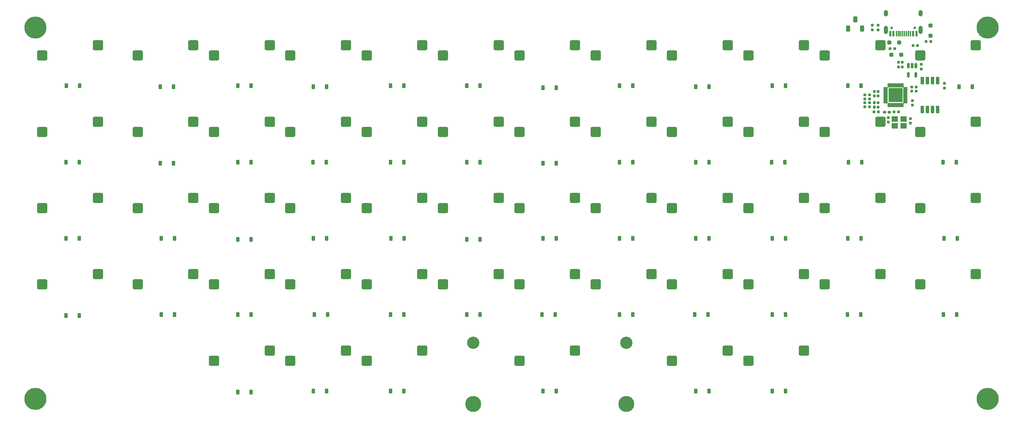
<source format=gbr>
%TF.GenerationSoftware,KiCad,Pcbnew,9.0.6*%
%TF.CreationDate,2026-01-14T23:26:22-05:00*%
%TF.ProjectId,60_keyboard,36305f6b-6579-4626-9f61-72642e6b6963,rev?*%
%TF.SameCoordinates,Original*%
%TF.FileFunction,Soldermask,Bot*%
%TF.FilePolarity,Negative*%
%FSLAX46Y46*%
G04 Gerber Fmt 4.6, Leading zero omitted, Abs format (unit mm)*
G04 Created by KiCad (PCBNEW 9.0.6) date 2026-01-14 23:26:22*
%MOMM*%
%LPD*%
G01*
G04 APERTURE LIST*
G04 Aperture macros list*
%AMRoundRect*
0 Rectangle with rounded corners*
0 $1 Rounding radius*
0 $2 $3 $4 $5 $6 $7 $8 $9 X,Y pos of 4 corners*
0 Add a 4 corners polygon primitive as box body*
4,1,4,$2,$3,$4,$5,$6,$7,$8,$9,$2,$3,0*
0 Add four circle primitives for the rounded corners*
1,1,$1+$1,$2,$3*
1,1,$1+$1,$4,$5*
1,1,$1+$1,$6,$7*
1,1,$1+$1,$8,$9*
0 Add four rect primitives between the rounded corners*
20,1,$1+$1,$2,$3,$4,$5,0*
20,1,$1+$1,$4,$5,$6,$7,0*
20,1,$1+$1,$6,$7,$8,$9,0*
20,1,$1+$1,$8,$9,$2,$3,0*%
G04 Aperture macros list end*
%ADD10C,0.010000*%
%ADD11C,3.048000*%
%ADD12C,3.987800*%
%ADD13RoundRect,0.155000X-0.212500X-0.155000X0.212500X-0.155000X0.212500X0.155000X-0.212500X0.155000X0*%
%ADD14RoundRect,0.375000X0.900000X0.875000X-0.900000X0.875000X-0.900000X-0.875000X0.900000X-0.875000X0*%
%ADD15RoundRect,0.225000X0.225000X0.375000X-0.225000X0.375000X-0.225000X-0.375000X0.225000X-0.375000X0*%
%ADD16RoundRect,0.155000X-0.155000X0.212500X-0.155000X-0.212500X0.155000X-0.212500X0.155000X0.212500X0*%
%ADD17RoundRect,0.155000X0.212500X0.155000X-0.212500X0.155000X-0.212500X-0.155000X0.212500X-0.155000X0*%
%ADD18RoundRect,0.160000X0.160000X-0.197500X0.160000X0.197500X-0.160000X0.197500X-0.160000X-0.197500X0*%
%ADD19RoundRect,0.155000X0.155000X-0.212500X0.155000X0.212500X-0.155000X0.212500X-0.155000X-0.212500X0*%
%ADD20C,0.650000*%
%ADD21R,0.600000X1.450000*%
%ADD22R,0.300000X1.450000*%
%ADD23O,1.000000X1.600000*%
%ADD24O,1.000000X2.100000*%
%ADD25RoundRect,0.160000X-0.160000X0.197500X-0.160000X-0.197500X0.160000X-0.197500X0.160000X0.197500X0*%
%ADD26RoundRect,0.250000X0.250000X-0.250000X0.250000X0.250000X-0.250000X0.250000X-0.250000X-0.250000X0*%
%ADD27RoundRect,0.250000X0.250000X0.250000X-0.250000X0.250000X-0.250000X-0.250000X0.250000X-0.250000X0*%
%ADD28RoundRect,0.250000X0.250000X0.550000X-0.250000X0.550000X-0.250000X-0.550000X0.250000X-0.550000X0*%
%ADD29RoundRect,0.102000X-0.700000X0.600000X-0.700000X-0.600000X0.700000X-0.600000X0.700000X0.600000X0*%
%ADD30RoundRect,0.101750X-0.305250X0.805250X-0.305250X-0.805250X0.305250X-0.805250X0.305250X0.805250X0*%
%ADD31RoundRect,0.225000X-0.225000X-0.375000X0.225000X-0.375000X0.225000X0.375000X-0.225000X0.375000X0*%
%ADD32RoundRect,0.160000X-0.160000X0.222500X-0.160000X-0.222500X0.160000X-0.222500X0.160000X0.222500X0*%
%ADD33RoundRect,0.150000X-0.150000X0.512500X-0.150000X-0.512500X0.150000X-0.512500X0.150000X0.512500X0*%
%ADD34RoundRect,0.160000X0.197500X0.160000X-0.197500X0.160000X-0.197500X-0.160000X0.197500X-0.160000X0*%
%ADD35RoundRect,0.160000X-0.197500X-0.160000X0.197500X-0.160000X0.197500X0.160000X-0.197500X0.160000X0*%
%ADD36RoundRect,0.160000X0.222500X0.160000X-0.222500X0.160000X-0.222500X-0.160000X0.222500X-0.160000X0*%
%ADD37C,5.500000*%
G04 APERTURE END LIST*
D10*
%TO.C,U1*%
X232010000Y-30165000D02*
X231100000Y-30165000D01*
X231100000Y-29845000D01*
X232010000Y-29845000D01*
X232010000Y-30165000D01*
G36*
X232010000Y-30165000D02*
G01*
X231100000Y-30165000D01*
X231100000Y-29845000D01*
X232010000Y-29845000D01*
X232010000Y-30165000D01*
G37*
X232010000Y-30565000D02*
X231100000Y-30565000D01*
X231100000Y-30245000D01*
X232010000Y-30245000D01*
X232010000Y-30565000D01*
G36*
X232010000Y-30565000D02*
G01*
X231100000Y-30565000D01*
X231100000Y-30245000D01*
X232010000Y-30245000D01*
X232010000Y-30565000D01*
G37*
X232010000Y-30965000D02*
X231100000Y-30965000D01*
X231100000Y-30645000D01*
X232010000Y-30645000D01*
X232010000Y-30965000D01*
G36*
X232010000Y-30965000D02*
G01*
X231100000Y-30965000D01*
X231100000Y-30645000D01*
X232010000Y-30645000D01*
X232010000Y-30965000D01*
G37*
X232010000Y-31365000D02*
X231100000Y-31365000D01*
X231100000Y-31045000D01*
X232010000Y-31045000D01*
X232010000Y-31365000D01*
G36*
X232010000Y-31365000D02*
G01*
X231100000Y-31365000D01*
X231100000Y-31045000D01*
X232010000Y-31045000D01*
X232010000Y-31365000D01*
G37*
X232010000Y-31765000D02*
X231100000Y-31765000D01*
X231100000Y-31445000D01*
X232010000Y-31445000D01*
X232010000Y-31765000D01*
G36*
X232010000Y-31765000D02*
G01*
X231100000Y-31765000D01*
X231100000Y-31445000D01*
X232010000Y-31445000D01*
X232010000Y-31765000D01*
G37*
X232010000Y-32165000D02*
X231100000Y-32165000D01*
X231100000Y-31845000D01*
X232010000Y-31845000D01*
X232010000Y-32165000D01*
G36*
X232010000Y-32165000D02*
G01*
X231100000Y-32165000D01*
X231100000Y-31845000D01*
X232010000Y-31845000D01*
X232010000Y-32165000D01*
G37*
X232010000Y-32565000D02*
X231100000Y-32565000D01*
X231100000Y-32245000D01*
X232010000Y-32245000D01*
X232010000Y-32565000D01*
G36*
X232010000Y-32565000D02*
G01*
X231100000Y-32565000D01*
X231100000Y-32245000D01*
X232010000Y-32245000D01*
X232010000Y-32565000D01*
G37*
X232010000Y-32965000D02*
X231100000Y-32965000D01*
X231100000Y-32645000D01*
X232010000Y-32645000D01*
X232010000Y-32965000D01*
G36*
X232010000Y-32965000D02*
G01*
X231100000Y-32965000D01*
X231100000Y-32645000D01*
X232010000Y-32645000D01*
X232010000Y-32965000D01*
G37*
X232010000Y-33365000D02*
X231100000Y-33365000D01*
X231100000Y-33045000D01*
X232010000Y-33045000D01*
X232010000Y-33365000D01*
G36*
X232010000Y-33365000D02*
G01*
X231100000Y-33365000D01*
X231100000Y-33045000D01*
X232010000Y-33045000D01*
X232010000Y-33365000D01*
G37*
X232010000Y-33765000D02*
X231100000Y-33765000D01*
X231100000Y-33445000D01*
X232010000Y-33445000D01*
X232010000Y-33765000D01*
G36*
X232010000Y-33765000D02*
G01*
X231100000Y-33765000D01*
X231100000Y-33445000D01*
X232010000Y-33445000D01*
X232010000Y-33765000D01*
G37*
X232360000Y-29815000D02*
X232040000Y-29815000D01*
X232040000Y-28905000D01*
X232360000Y-28905000D01*
X232360000Y-29815000D01*
G36*
X232360000Y-29815000D02*
G01*
X232040000Y-29815000D01*
X232040000Y-28905000D01*
X232360000Y-28905000D01*
X232360000Y-29815000D01*
G37*
X232360000Y-34705000D02*
X232040000Y-34705000D01*
X232040000Y-33795000D01*
X232360000Y-33795000D01*
X232360000Y-34705000D01*
G36*
X232360000Y-34705000D02*
G01*
X232040000Y-34705000D01*
X232040000Y-33795000D01*
X232360000Y-33795000D01*
X232360000Y-34705000D01*
G37*
X235700000Y-33505000D02*
X232300000Y-33505000D01*
X232300000Y-30105000D01*
X235700000Y-30105000D01*
X235700000Y-33505000D01*
G36*
X235700000Y-33505000D02*
G01*
X232300000Y-33505000D01*
X232300000Y-30105000D01*
X235700000Y-30105000D01*
X235700000Y-33505000D01*
G37*
X232760000Y-29815000D02*
X232440000Y-29815000D01*
X232440000Y-28905000D01*
X232760000Y-28905000D01*
X232760000Y-29815000D01*
G36*
X232760000Y-29815000D02*
G01*
X232440000Y-29815000D01*
X232440000Y-28905000D01*
X232760000Y-28905000D01*
X232760000Y-29815000D01*
G37*
X232760000Y-34705000D02*
X232440000Y-34705000D01*
X232440000Y-33795000D01*
X232760000Y-33795000D01*
X232760000Y-34705000D01*
G36*
X232760000Y-34705000D02*
G01*
X232440000Y-34705000D01*
X232440000Y-33795000D01*
X232760000Y-33795000D01*
X232760000Y-34705000D01*
G37*
X233160000Y-29815000D02*
X232840000Y-29815000D01*
X232840000Y-28905000D01*
X233160000Y-28905000D01*
X233160000Y-29815000D01*
G36*
X233160000Y-29815000D02*
G01*
X232840000Y-29815000D01*
X232840000Y-28905000D01*
X233160000Y-28905000D01*
X233160000Y-29815000D01*
G37*
X233160000Y-34705000D02*
X232840000Y-34705000D01*
X232840000Y-33795000D01*
X233160000Y-33795000D01*
X233160000Y-34705000D01*
G36*
X233160000Y-34705000D02*
G01*
X232840000Y-34705000D01*
X232840000Y-33795000D01*
X233160000Y-33795000D01*
X233160000Y-34705000D01*
G37*
X233560000Y-29815000D02*
X233240000Y-29815000D01*
X233240000Y-28905000D01*
X233560000Y-28905000D01*
X233560000Y-29815000D01*
G36*
X233560000Y-29815000D02*
G01*
X233240000Y-29815000D01*
X233240000Y-28905000D01*
X233560000Y-28905000D01*
X233560000Y-29815000D01*
G37*
X233560000Y-34705000D02*
X233240000Y-34705000D01*
X233240000Y-33795000D01*
X233560000Y-33795000D01*
X233560000Y-34705000D01*
G36*
X233560000Y-34705000D02*
G01*
X233240000Y-34705000D01*
X233240000Y-33795000D01*
X233560000Y-33795000D01*
X233560000Y-34705000D01*
G37*
X233960000Y-29815000D02*
X233640000Y-29815000D01*
X233640000Y-28905000D01*
X233960000Y-28905000D01*
X233960000Y-29815000D01*
G36*
X233960000Y-29815000D02*
G01*
X233640000Y-29815000D01*
X233640000Y-28905000D01*
X233960000Y-28905000D01*
X233960000Y-29815000D01*
G37*
X233960000Y-34705000D02*
X233640000Y-34705000D01*
X233640000Y-33795000D01*
X233960000Y-33795000D01*
X233960000Y-34705000D01*
G36*
X233960000Y-34705000D02*
G01*
X233640000Y-34705000D01*
X233640000Y-33795000D01*
X233960000Y-33795000D01*
X233960000Y-34705000D01*
G37*
X234360000Y-29815000D02*
X234040000Y-29815000D01*
X234040000Y-28905000D01*
X234360000Y-28905000D01*
X234360000Y-29815000D01*
G36*
X234360000Y-29815000D02*
G01*
X234040000Y-29815000D01*
X234040000Y-28905000D01*
X234360000Y-28905000D01*
X234360000Y-29815000D01*
G37*
X234360000Y-34705000D02*
X234040000Y-34705000D01*
X234040000Y-33795000D01*
X234360000Y-33795000D01*
X234360000Y-34705000D01*
G36*
X234360000Y-34705000D02*
G01*
X234040000Y-34705000D01*
X234040000Y-33795000D01*
X234360000Y-33795000D01*
X234360000Y-34705000D01*
G37*
X234760000Y-29815000D02*
X234440000Y-29815000D01*
X234440000Y-28905000D01*
X234760000Y-28905000D01*
X234760000Y-29815000D01*
G36*
X234760000Y-29815000D02*
G01*
X234440000Y-29815000D01*
X234440000Y-28905000D01*
X234760000Y-28905000D01*
X234760000Y-29815000D01*
G37*
X234760000Y-34705000D02*
X234440000Y-34705000D01*
X234440000Y-33795000D01*
X234760000Y-33795000D01*
X234760000Y-34705000D01*
G36*
X234760000Y-34705000D02*
G01*
X234440000Y-34705000D01*
X234440000Y-33795000D01*
X234760000Y-33795000D01*
X234760000Y-34705000D01*
G37*
X235160000Y-29815000D02*
X234840000Y-29815000D01*
X234840000Y-28905000D01*
X235160000Y-28905000D01*
X235160000Y-29815000D01*
G36*
X235160000Y-29815000D02*
G01*
X234840000Y-29815000D01*
X234840000Y-28905000D01*
X235160000Y-28905000D01*
X235160000Y-29815000D01*
G37*
X235160000Y-34705000D02*
X234840000Y-34705000D01*
X234840000Y-33795000D01*
X235160000Y-33795000D01*
X235160000Y-34705000D01*
G36*
X235160000Y-34705000D02*
G01*
X234840000Y-34705000D01*
X234840000Y-33795000D01*
X235160000Y-33795000D01*
X235160000Y-34705000D01*
G37*
X235560000Y-29815000D02*
X235240000Y-29815000D01*
X235240000Y-28905000D01*
X235560000Y-28905000D01*
X235560000Y-29815000D01*
G36*
X235560000Y-29815000D02*
G01*
X235240000Y-29815000D01*
X235240000Y-28905000D01*
X235560000Y-28905000D01*
X235560000Y-29815000D01*
G37*
X235560000Y-34705000D02*
X235240000Y-34705000D01*
X235240000Y-33795000D01*
X235560000Y-33795000D01*
X235560000Y-34705000D01*
G36*
X235560000Y-34705000D02*
G01*
X235240000Y-34705000D01*
X235240000Y-33795000D01*
X235560000Y-33795000D01*
X235560000Y-34705000D01*
G37*
X235960000Y-29815000D02*
X235640000Y-29815000D01*
X235640000Y-28905000D01*
X235960000Y-28905000D01*
X235960000Y-29815000D01*
G36*
X235960000Y-29815000D02*
G01*
X235640000Y-29815000D01*
X235640000Y-28905000D01*
X235960000Y-28905000D01*
X235960000Y-29815000D01*
G37*
X235960000Y-34705000D02*
X235640000Y-34705000D01*
X235640000Y-33795000D01*
X235960000Y-33795000D01*
X235960000Y-34705000D01*
G36*
X235960000Y-34705000D02*
G01*
X235640000Y-34705000D01*
X235640000Y-33795000D01*
X235960000Y-33795000D01*
X235960000Y-34705000D01*
G37*
X236900000Y-30165000D02*
X235990000Y-30165000D01*
X235990000Y-29845000D01*
X236900000Y-29845000D01*
X236900000Y-30165000D01*
G36*
X236900000Y-30165000D02*
G01*
X235990000Y-30165000D01*
X235990000Y-29845000D01*
X236900000Y-29845000D01*
X236900000Y-30165000D01*
G37*
X236900000Y-30565000D02*
X235990000Y-30565000D01*
X235990000Y-30245000D01*
X236900000Y-30245000D01*
X236900000Y-30565000D01*
G36*
X236900000Y-30565000D02*
G01*
X235990000Y-30565000D01*
X235990000Y-30245000D01*
X236900000Y-30245000D01*
X236900000Y-30565000D01*
G37*
X236900000Y-30965000D02*
X235990000Y-30965000D01*
X235990000Y-30645000D01*
X236900000Y-30645000D01*
X236900000Y-30965000D01*
G36*
X236900000Y-30965000D02*
G01*
X235990000Y-30965000D01*
X235990000Y-30645000D01*
X236900000Y-30645000D01*
X236900000Y-30965000D01*
G37*
X236900000Y-31365000D02*
X235990000Y-31365000D01*
X235990000Y-31045000D01*
X236900000Y-31045000D01*
X236900000Y-31365000D01*
G36*
X236900000Y-31365000D02*
G01*
X235990000Y-31365000D01*
X235990000Y-31045000D01*
X236900000Y-31045000D01*
X236900000Y-31365000D01*
G37*
X236900000Y-31765000D02*
X235990000Y-31765000D01*
X235990000Y-31445000D01*
X236900000Y-31445000D01*
X236900000Y-31765000D01*
G36*
X236900000Y-31765000D02*
G01*
X235990000Y-31765000D01*
X235990000Y-31445000D01*
X236900000Y-31445000D01*
X236900000Y-31765000D01*
G37*
X236900000Y-32165000D02*
X235990000Y-32165000D01*
X235990000Y-31845000D01*
X236900000Y-31845000D01*
X236900000Y-32165000D01*
G36*
X236900000Y-32165000D02*
G01*
X235990000Y-32165000D01*
X235990000Y-31845000D01*
X236900000Y-31845000D01*
X236900000Y-32165000D01*
G37*
X236900000Y-32565000D02*
X235990000Y-32565000D01*
X235990000Y-32245000D01*
X236900000Y-32245000D01*
X236900000Y-32565000D01*
G36*
X236900000Y-32565000D02*
G01*
X235990000Y-32565000D01*
X235990000Y-32245000D01*
X236900000Y-32245000D01*
X236900000Y-32565000D01*
G37*
X236900000Y-32965000D02*
X235990000Y-32965000D01*
X235990000Y-32645000D01*
X236900000Y-32645000D01*
X236900000Y-32965000D01*
G36*
X236900000Y-32965000D02*
G01*
X235990000Y-32965000D01*
X235990000Y-32645000D01*
X236900000Y-32645000D01*
X236900000Y-32965000D01*
G37*
X236900000Y-33365000D02*
X235990000Y-33365000D01*
X235990000Y-33045000D01*
X236900000Y-33045000D01*
X236900000Y-33365000D01*
G36*
X236900000Y-33365000D02*
G01*
X235990000Y-33365000D01*
X235990000Y-33045000D01*
X236900000Y-33045000D01*
X236900000Y-33365000D01*
G37*
X236900000Y-33765000D02*
X235990000Y-33765000D01*
X235990000Y-33445000D01*
X236900000Y-33445000D01*
X236900000Y-33765000D01*
G36*
X236900000Y-33765000D02*
G01*
X235990000Y-33765000D01*
X235990000Y-33445000D01*
X236900000Y-33445000D01*
X236900000Y-33765000D01*
G37*
%TD*%
D11*
%TO.C,REF\u002A\u002A*%
X128950000Y-93515000D03*
D12*
X128950000Y-108725000D03*
D11*
X167050000Y-93515000D03*
D12*
X167050000Y-108725000D03*
%TD*%
D13*
%TO.C,C8*%
X234817500Y-36000000D03*
X233682500Y-36000000D03*
%TD*%
D14*
%TO.C,SW55*%
X35540000Y-19420000D03*
X21690000Y-21960000D03*
%TD*%
%TO.C,SW108*%
X240190000Y-78960000D03*
X254040000Y-76420000D03*
%TD*%
%TO.C,SW107*%
X240190000Y-59960000D03*
X254040000Y-57420000D03*
%TD*%
%TO.C,SW106*%
X240190000Y-40960000D03*
X254040000Y-38420000D03*
%TD*%
%TO.C,SW105*%
X240190000Y-21960000D03*
X254040000Y-19420000D03*
%TD*%
%TO.C,SW104*%
X216440000Y-78960000D03*
X230290000Y-76420000D03*
%TD*%
%TO.C,SW103*%
X216440000Y-59960000D03*
X230290000Y-57420000D03*
%TD*%
%TO.C,SW102*%
X216440000Y-40960000D03*
X230290000Y-38420000D03*
%TD*%
%TO.C,SW101*%
X216440000Y-21960000D03*
X230290000Y-19420000D03*
%TD*%
D13*
%TO.C,C6*%
X238082500Y-29805000D03*
X239217500Y-29805000D03*
%TD*%
D14*
%TO.C,SW79*%
X121440000Y-40960000D03*
X135290000Y-38420000D03*
%TD*%
D15*
%TO.C,D85*%
X149400000Y-86500000D03*
X146100000Y-86500000D03*
%TD*%
%TO.C,D83*%
X149650000Y-48750000D03*
X146350000Y-48750000D03*
%TD*%
%TO.C,D61*%
X54650000Y-67500000D03*
X51350000Y-67500000D03*
%TD*%
%TO.C,D71*%
X92750000Y-86500000D03*
X89450000Y-86500000D03*
%TD*%
D14*
%TO.C,SW82*%
X140440000Y-21960000D03*
X154290000Y-19420000D03*
%TD*%
D15*
%TO.C,D95*%
X187650000Y-105500000D03*
X184350000Y-105500000D03*
%TD*%
%TO.C,D72*%
X92500000Y-105500000D03*
X89200000Y-105500000D03*
%TD*%
%TO.C,D55*%
X31000000Y-29500000D03*
X27700000Y-29500000D03*
%TD*%
D16*
%TO.C,C9*%
X229750000Y-33682500D03*
X229750000Y-34817500D03*
%TD*%
D15*
%TO.C,D87*%
X168650000Y-29500000D03*
X165350000Y-29500000D03*
%TD*%
D14*
%TO.C,SW68*%
X83440000Y-21960000D03*
X97290000Y-19420000D03*
%TD*%
D15*
%TO.C,D67*%
X73650000Y-105750000D03*
X70350000Y-105750000D03*
%TD*%
%TO.C,D80*%
X130650000Y-67750000D03*
X127350000Y-67750000D03*
%TD*%
D17*
%TO.C,C12*%
X227567500Y-32750000D03*
X226432500Y-32750000D03*
%TD*%
D14*
%TO.C,SW85*%
X140440000Y-78960000D03*
X154290000Y-76420000D03*
%TD*%
D18*
%TO.C,R6*%
X229750000Y-15597500D03*
X229750000Y-14402500D03*
%TD*%
D15*
%TO.C,D70*%
X92500000Y-67500000D03*
X89200000Y-67500000D03*
%TD*%
D19*
%TO.C,C15*%
X237750000Y-38817500D03*
X237750000Y-37682500D03*
%TD*%
D14*
%TO.C,SW59*%
X45440000Y-21960000D03*
X59290000Y-19420000D03*
%TD*%
D15*
%TO.C,D73*%
X111650000Y-29500000D03*
X108350000Y-29500000D03*
%TD*%
D14*
%TO.C,SW86*%
X140440000Y-97960000D03*
X154290000Y-95420000D03*
%TD*%
%TO.C,SW76*%
X102440000Y-78960000D03*
X116290000Y-76420000D03*
%TD*%
D15*
%TO.C,D77*%
X111650000Y-105500000D03*
X108350000Y-105500000D03*
%TD*%
%TO.C,D102*%
X225650000Y-48500000D03*
X222350000Y-48500000D03*
%TD*%
%TO.C,D104*%
X225400000Y-86500000D03*
X222100000Y-86500000D03*
%TD*%
D20*
%TO.C,J1*%
X233110000Y-15100000D03*
X238890000Y-15100000D03*
D21*
X232750000Y-16545000D03*
X233550000Y-16545000D03*
D22*
X234750000Y-16545000D03*
X235750000Y-16545000D03*
X236250000Y-16545000D03*
X237250000Y-16545000D03*
D21*
X238450000Y-16545000D03*
X239250000Y-16545000D03*
X239250000Y-16545000D03*
X238450000Y-16545000D03*
D22*
X237750000Y-16545000D03*
X236750000Y-16545000D03*
X235250000Y-16545000D03*
X234250000Y-16545000D03*
D21*
X233550000Y-16545000D03*
X232750000Y-16545000D03*
D23*
X231680000Y-11450000D03*
D24*
X231680000Y-15630000D03*
D23*
X240320000Y-11450000D03*
D24*
X240320000Y-15630000D03*
%TD*%
D14*
%TO.C,SW97*%
X197440000Y-40960000D03*
X211290000Y-38420000D03*
%TD*%
D25*
%TO.C,R7*%
X234750000Y-23652500D03*
X234750000Y-24847500D03*
%TD*%
D17*
%TO.C,C10*%
X227567500Y-34750000D03*
X226432500Y-34750000D03*
%TD*%
D16*
%TO.C,C4*%
X238250000Y-33182500D03*
X238250000Y-34317500D03*
%TD*%
D26*
%TO.C,D1*%
X242750000Y-17000000D03*
X242750000Y-14500000D03*
%TD*%
D14*
%TO.C,SW99*%
X197440000Y-78960000D03*
X211290000Y-76420000D03*
%TD*%
D15*
%TO.C,D76*%
X111650000Y-86500000D03*
X108350000Y-86500000D03*
%TD*%
%TO.C,D78*%
X130650000Y-29500000D03*
X127350000Y-29500000D03*
%TD*%
D16*
%TO.C,C14*%
X232250000Y-37432500D03*
X232250000Y-38567500D03*
%TD*%
D15*
%TO.C,D101*%
X225500000Y-29500000D03*
X222200000Y-29500000D03*
%TD*%
%TO.C,D56*%
X30900000Y-48500000D03*
X27600000Y-48500000D03*
%TD*%
D19*
%TO.C,C3*%
X229750000Y-32067500D03*
X229750000Y-30932500D03*
%TD*%
D14*
%TO.C,SW58*%
X21690000Y-78960000D03*
X35540000Y-76420000D03*
%TD*%
%TO.C,SW83*%
X140440000Y-40960000D03*
X154290000Y-38420000D03*
%TD*%
D15*
%TO.C,D92*%
X187650000Y-48500000D03*
X184350000Y-48500000D03*
%TD*%
D14*
%TO.C,SW100*%
X197440000Y-97960000D03*
X211290000Y-95420000D03*
%TD*%
D15*
%TO.C,D89*%
X168650000Y-67500000D03*
X165350000Y-67500000D03*
%TD*%
%TO.C,D68*%
X92500000Y-29750000D03*
X89200000Y-29750000D03*
%TD*%
D13*
%TO.C,C1*%
X238432500Y-19500000D03*
X239567500Y-19500000D03*
%TD*%
D15*
%TO.C,D79*%
X130650000Y-48500000D03*
X127350000Y-48500000D03*
%TD*%
D27*
%TO.C,D4*%
X235000000Y-18750000D03*
X232500000Y-18750000D03*
%TD*%
D28*
%TO.C,SW1*%
X225750000Y-15250000D03*
X224000000Y-12950000D03*
X222250000Y-15250000D03*
%TD*%
D29*
%TO.C,Y1*%
X233900000Y-37750000D03*
X236100000Y-37750000D03*
X236100000Y-39450000D03*
X233900000Y-39450000D03*
%TD*%
D14*
%TO.C,SW72*%
X83440000Y-97960000D03*
X97290000Y-95420000D03*
%TD*%
D18*
%TO.C,R8*%
X235750000Y-24847500D03*
X235750000Y-23652500D03*
%TD*%
D14*
%TO.C,SW56*%
X21690000Y-40960000D03*
X35540000Y-38420000D03*
%TD*%
D15*
%TO.C,D64*%
X73650000Y-48500000D03*
X70350000Y-48500000D03*
%TD*%
D14*
%TO.C,SW93*%
X178440000Y-60000000D03*
X192290000Y-57460000D03*
%TD*%
D30*
%TO.C,U3*%
X240745000Y-28200000D03*
X242015000Y-28200000D03*
X243285000Y-28200000D03*
X244555000Y-28200000D03*
X244555000Y-35410000D03*
X243285000Y-35410000D03*
X242015000Y-35410000D03*
X240745000Y-35410000D03*
%TD*%
D14*
%TO.C,SW66*%
X64440000Y-78960000D03*
X78290000Y-76420000D03*
%TD*%
D15*
%TO.C,D63*%
X73650000Y-29500000D03*
X70350000Y-29500000D03*
%TD*%
D14*
%TO.C,SW81*%
X121440000Y-78960000D03*
X135290000Y-76420000D03*
%TD*%
D15*
%TO.C,D90*%
X168650000Y-86500000D03*
X165350000Y-86500000D03*
%TD*%
D14*
%TO.C,SW92*%
X178440000Y-40960000D03*
X192290000Y-38420000D03*
%TD*%
D15*
%TO.C,D84*%
X149650000Y-67500000D03*
X146350000Y-67500000D03*
%TD*%
%TO.C,D60*%
X54400000Y-48750000D03*
X51100000Y-48750000D03*
%TD*%
D14*
%TO.C,SW64*%
X64440000Y-40960000D03*
X78290000Y-38420000D03*
%TD*%
D15*
%TO.C,D103*%
X225500000Y-67500000D03*
X222200000Y-67500000D03*
%TD*%
%TO.C,D74*%
X111650000Y-48500000D03*
X108350000Y-48500000D03*
%TD*%
D14*
%TO.C,SW95*%
X178440000Y-97960000D03*
X192290000Y-95420000D03*
%TD*%
D15*
%TO.C,D58*%
X30900000Y-86750000D03*
X27600000Y-86750000D03*
%TD*%
D31*
%TO.C,D105*%
X249850000Y-29750000D03*
X253150000Y-29750000D03*
%TD*%
D14*
%TO.C,SW94*%
X178440000Y-78960000D03*
X192290000Y-76420000D03*
%TD*%
D32*
%TO.C,L1*%
X228750000Y-33677500D03*
X228750000Y-34822500D03*
%TD*%
D27*
%TO.C,D5*%
X235500000Y-21750000D03*
X233000000Y-21750000D03*
%TD*%
D15*
%TO.C,D107*%
X249400000Y-67500000D03*
X246100000Y-67500000D03*
%TD*%
D14*
%TO.C,SW60*%
X45440000Y-40960000D03*
X59290000Y-38420000D03*
%TD*%
D33*
%TO.C,U2*%
X237250000Y-24475000D03*
X238200000Y-24475000D03*
X239150000Y-24475000D03*
X239150000Y-26750000D03*
X237250000Y-26750000D03*
%TD*%
D14*
%TO.C,SW69*%
X83440000Y-40960000D03*
X97290000Y-38420000D03*
%TD*%
D15*
%TO.C,D93*%
X187650000Y-67500000D03*
X184350000Y-67500000D03*
%TD*%
D14*
%TO.C,SW63*%
X64440000Y-21960000D03*
X78290000Y-19420000D03*
%TD*%
%TO.C,SW78*%
X121440000Y-21960000D03*
X135290000Y-19420000D03*
%TD*%
D17*
%TO.C,C11*%
X227567500Y-33750000D03*
X226432500Y-33750000D03*
%TD*%
D14*
%TO.C,SW80*%
X121440000Y-59960000D03*
X135290000Y-57420000D03*
%TD*%
D15*
%TO.C,D65*%
X73650000Y-67750000D03*
X70350000Y-67750000D03*
%TD*%
D14*
%TO.C,SW96*%
X197440000Y-21960000D03*
X211290000Y-19420000D03*
%TD*%
D15*
%TO.C,D86*%
X149650000Y-105500000D03*
X146350000Y-105500000D03*
%TD*%
D34*
%TO.C,R2*%
X233847500Y-20250000D03*
X232652500Y-20250000D03*
%TD*%
D14*
%TO.C,SW67*%
X64440000Y-97960000D03*
X78290000Y-95420000D03*
%TD*%
D15*
%TO.C,D99*%
X206650000Y-86500000D03*
X203350000Y-86500000D03*
%TD*%
D14*
%TO.C,SW90*%
X159440000Y-78960000D03*
X173290000Y-76420000D03*
%TD*%
D15*
%TO.C,D98*%
X206650000Y-67500000D03*
X203350000Y-67500000D03*
%TD*%
%TO.C,D62*%
X54650000Y-86500000D03*
X51350000Y-86500000D03*
%TD*%
D14*
%TO.C,SW70*%
X83440000Y-59960000D03*
X97290000Y-57420000D03*
%TD*%
D35*
%TO.C,R1*%
X241652500Y-18500000D03*
X242847500Y-18500000D03*
%TD*%
D14*
%TO.C,SW65*%
X64440000Y-59960000D03*
X78290000Y-57420000D03*
%TD*%
D36*
%TO.C,L2*%
X232472500Y-36055000D03*
X231327500Y-36055000D03*
%TD*%
D14*
%TO.C,SW77*%
X102440000Y-97960000D03*
X116290000Y-95420000D03*
%TD*%
D18*
%TO.C,R5*%
X228250000Y-15597500D03*
X228250000Y-14402500D03*
%TD*%
D15*
%TO.C,D91*%
X187650000Y-29750000D03*
X184350000Y-29750000D03*
%TD*%
D14*
%TO.C,SW89*%
X159440000Y-59960000D03*
X173290000Y-57420000D03*
%TD*%
%TO.C,SW61*%
X45440000Y-59960000D03*
X59290000Y-57420000D03*
%TD*%
D15*
%TO.C,D94*%
X187400000Y-86500000D03*
X184100000Y-86500000D03*
%TD*%
%TO.C,D81*%
X130650000Y-86500000D03*
X127350000Y-86500000D03*
%TD*%
D14*
%TO.C,SW74*%
X102440000Y-40960000D03*
X116290000Y-38420000D03*
%TD*%
D15*
%TO.C,D75*%
X111750000Y-67500000D03*
X108450000Y-67500000D03*
%TD*%
%TO.C,D57*%
X30900000Y-67500000D03*
X27600000Y-67500000D03*
%TD*%
D14*
%TO.C,SW57*%
X21690000Y-59960000D03*
X35540000Y-57420000D03*
%TD*%
D15*
%TO.C,D82*%
X149650000Y-30000000D03*
X146350000Y-30000000D03*
%TD*%
%TO.C,D69*%
X92400000Y-48500000D03*
X89100000Y-48500000D03*
%TD*%
D14*
%TO.C,SW84*%
X140440000Y-59960000D03*
X154290000Y-57420000D03*
%TD*%
D15*
%TO.C,D59*%
X54400000Y-29750000D03*
X51100000Y-29750000D03*
%TD*%
%TO.C,D100*%
X206650000Y-105500000D03*
X203350000Y-105500000D03*
%TD*%
%TO.C,D108*%
X249250000Y-86500000D03*
X245950000Y-86500000D03*
%TD*%
D14*
%TO.C,SW73*%
X102440000Y-21960000D03*
X116290000Y-19420000D03*
%TD*%
D15*
%TO.C,D66*%
X73650000Y-86500000D03*
X70350000Y-86500000D03*
%TD*%
D14*
%TO.C,SW87*%
X159440000Y-21960000D03*
X173290000Y-19420000D03*
%TD*%
%TO.C,SW62*%
X45440000Y-78960000D03*
X59290000Y-76420000D03*
%TD*%
D18*
%TO.C,R4*%
X246250000Y-30097500D03*
X246250000Y-28902500D03*
%TD*%
D35*
%TO.C,R3*%
X226402500Y-31750000D03*
X227597500Y-31750000D03*
%TD*%
D14*
%TO.C,SW88*%
X159440000Y-40960000D03*
X173290000Y-38420000D03*
%TD*%
D19*
%TO.C,C13*%
X228750000Y-32067500D03*
X228750000Y-30932500D03*
%TD*%
D14*
%TO.C,SW75*%
X102440000Y-59960000D03*
X116290000Y-57420000D03*
%TD*%
D15*
%TO.C,D96*%
X206650000Y-29500000D03*
X203350000Y-29500000D03*
%TD*%
D19*
%TO.C,C2*%
X240500000Y-25317500D03*
X240500000Y-24182500D03*
%TD*%
D15*
%TO.C,D97*%
X206500000Y-48500000D03*
X203200000Y-48500000D03*
%TD*%
D14*
%TO.C,SW71*%
X83440000Y-78960000D03*
X97290000Y-76420000D03*
%TD*%
D15*
%TO.C,D106*%
X249150000Y-48500000D03*
X245850000Y-48500000D03*
%TD*%
D13*
%TO.C,C5*%
X238082500Y-30805000D03*
X239217500Y-30805000D03*
%TD*%
D15*
%TO.C,D88*%
X168650000Y-48500000D03*
X165350000Y-48500000D03*
%TD*%
D17*
%TO.C,C7*%
X229817500Y-36000000D03*
X228682500Y-36000000D03*
%TD*%
D14*
%TO.C,SW98*%
X197440000Y-59960000D03*
X211290000Y-57420000D03*
%TD*%
%TO.C,SW91*%
X178440000Y-21960000D03*
X192290000Y-19420000D03*
%TD*%
D37*
X20000000Y-107500000D03*
X257000000Y-107500000D03*
X257000000Y-15000000D03*
X20000000Y-15000000D03*
M02*

</source>
